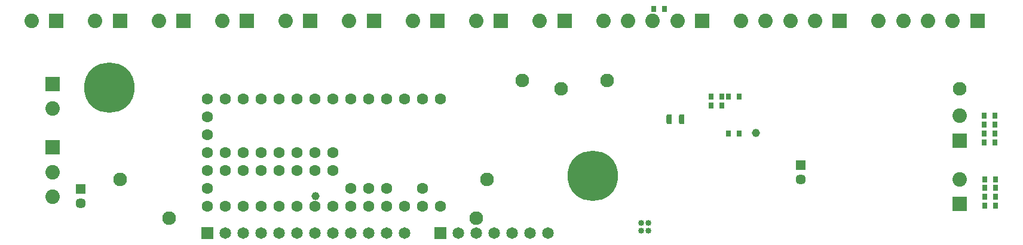
<source format=gbs>
G04 Layer_Color=16711935*
%FSLAX24Y24*%
%MOIN*%
G70*
G01*
G75*
G04:AMPARAMS|DCode=67|XSize=36mil|YSize=28mil|CornerRadius=8.5mil|HoleSize=0mil|Usage=FLASHONLY|Rotation=270.000|XOffset=0mil|YOffset=0mil|HoleType=Round|Shape=RoundedRectangle|*
%AMROUNDEDRECTD67*
21,1,0.0360,0.0110,0,0,270.0*
21,1,0.0190,0.0280,0,0,270.0*
1,1,0.0170,-0.0055,-0.0095*
1,1,0.0170,-0.0055,0.0095*
1,1,0.0170,0.0055,0.0095*
1,1,0.0170,0.0055,-0.0095*
%
%ADD67ROUNDEDRECTD67*%
G04:AMPARAMS|DCode=71|XSize=56mil|YSize=30mil|CornerRadius=9mil|HoleSize=0mil|Usage=FLASHONLY|Rotation=90.000|XOffset=0mil|YOffset=0mil|HoleType=Round|Shape=RoundedRectangle|*
%AMROUNDEDRECTD71*
21,1,0.0560,0.0120,0,0,90.0*
21,1,0.0380,0.0300,0,0,90.0*
1,1,0.0180,0.0060,0.0190*
1,1,0.0180,0.0060,-0.0190*
1,1,0.0180,-0.0060,-0.0190*
1,1,0.0180,-0.0060,0.0190*
%
%ADD71ROUNDEDRECTD71*%
%ADD83C,0.0760*%
%ADD84R,0.0651X0.0651*%
%ADD85C,0.0651*%
%ADD86C,0.0630*%
%ADD87C,0.0808*%
%ADD88R,0.0808X0.0808*%
%ADD89C,0.0572*%
%ADD90R,0.0572X0.0572*%
%ADD91R,0.0808X0.0808*%
%ADD92C,0.2816*%
%ADD93C,0.0336*%
%ADD94C,0.0454*%
D67*
X35870Y14055D02*
D03*
X36470D02*
D03*
X54346Y3051D02*
D03*
X54946D02*
D03*
Y3543D02*
D03*
X54346D02*
D03*
X54946Y4035D02*
D03*
X54346D02*
D03*
X54341Y4528D02*
D03*
X54941D02*
D03*
X54326Y6594D02*
D03*
X54926D02*
D03*
Y7087D02*
D03*
X54326D02*
D03*
X54921Y7579D02*
D03*
X54321D02*
D03*
X54321Y8071D02*
D03*
X54921D02*
D03*
X40054Y7087D02*
D03*
X40654D02*
D03*
X39670Y8661D02*
D03*
X39070D02*
D03*
Y9154D02*
D03*
X39670D02*
D03*
X40050D02*
D03*
X40650D02*
D03*
D71*
X36746Y7874D02*
D03*
X37466D02*
D03*
D83*
X33268Y10039D02*
D03*
X28543D02*
D03*
X30709Y9567D02*
D03*
X52953D02*
D03*
X8858Y2362D02*
D03*
X25984D02*
D03*
X6102Y4528D02*
D03*
X26575D02*
D03*
D84*
X11000Y1500D02*
D03*
X24000D02*
D03*
D85*
X12000D02*
D03*
X13000D02*
D03*
X14000D02*
D03*
X15000D02*
D03*
X16000D02*
D03*
X17000D02*
D03*
X18000D02*
D03*
X19000D02*
D03*
X20000D02*
D03*
X21000D02*
D03*
X22000D02*
D03*
X26000D02*
D03*
X25000D02*
D03*
X27000D02*
D03*
X28000D02*
D03*
X29000D02*
D03*
X30000D02*
D03*
D86*
X18000Y6000D02*
D03*
X17000D02*
D03*
X18000Y5000D02*
D03*
X17000D02*
D03*
X16000D02*
D03*
X15000D02*
D03*
X14000D02*
D03*
X13000D02*
D03*
X16000Y6000D02*
D03*
X15000D02*
D03*
X14000D02*
D03*
X13000D02*
D03*
X12000Y5000D02*
D03*
Y6000D02*
D03*
X19000Y4000D02*
D03*
X20000D02*
D03*
X21000D02*
D03*
X23000D02*
D03*
X24000Y3000D02*
D03*
X23000D02*
D03*
X22000D02*
D03*
X21000D02*
D03*
X20000D02*
D03*
X19000D02*
D03*
X18000D02*
D03*
X17000D02*
D03*
X16000D02*
D03*
X15000D02*
D03*
X14000D02*
D03*
X13000D02*
D03*
X12000D02*
D03*
X11000D02*
D03*
Y4000D02*
D03*
Y5000D02*
D03*
Y6000D02*
D03*
Y7000D02*
D03*
Y8000D02*
D03*
Y9000D02*
D03*
X12000D02*
D03*
X13000D02*
D03*
X14000D02*
D03*
X15000D02*
D03*
X16000D02*
D03*
X17000D02*
D03*
X18000D02*
D03*
X19000D02*
D03*
X20000D02*
D03*
X21000D02*
D03*
X22000D02*
D03*
X23000D02*
D03*
X24000D02*
D03*
D87*
X2362Y3543D02*
D03*
Y4921D02*
D03*
Y8465D02*
D03*
X52953Y8071D02*
D03*
Y4528D02*
D03*
X44882Y13386D02*
D03*
X43504D02*
D03*
X42126D02*
D03*
X40748D02*
D03*
X8268D02*
D03*
X11811D02*
D03*
X15354D02*
D03*
X18898D02*
D03*
X22441D02*
D03*
X25984D02*
D03*
X29528D02*
D03*
X52559D02*
D03*
X51181D02*
D03*
X49803D02*
D03*
X48425D02*
D03*
X37205D02*
D03*
X35827D02*
D03*
X34449D02*
D03*
X33071D02*
D03*
X1181D02*
D03*
X4724D02*
D03*
D88*
X2362Y6299D02*
D03*
Y9843D02*
D03*
X52953Y6693D02*
D03*
Y3150D02*
D03*
D89*
X3917Y3189D02*
D03*
X44094Y4528D02*
D03*
D90*
X3917Y3976D02*
D03*
X44094Y5315D02*
D03*
D91*
X46260Y13386D02*
D03*
X9646D02*
D03*
X13189D02*
D03*
X16732D02*
D03*
X20276D02*
D03*
X23819D02*
D03*
X27362D02*
D03*
X30906D02*
D03*
X53937D02*
D03*
X38583D02*
D03*
X2559D02*
D03*
X6102D02*
D03*
D92*
X5512Y9646D02*
D03*
X32480Y4724D02*
D03*
D93*
X35581Y1654D02*
D03*
X35187D02*
D03*
Y2087D02*
D03*
X35581D02*
D03*
D94*
X17008Y3583D02*
D03*
X41575Y7126D02*
D03*
M02*

</source>
